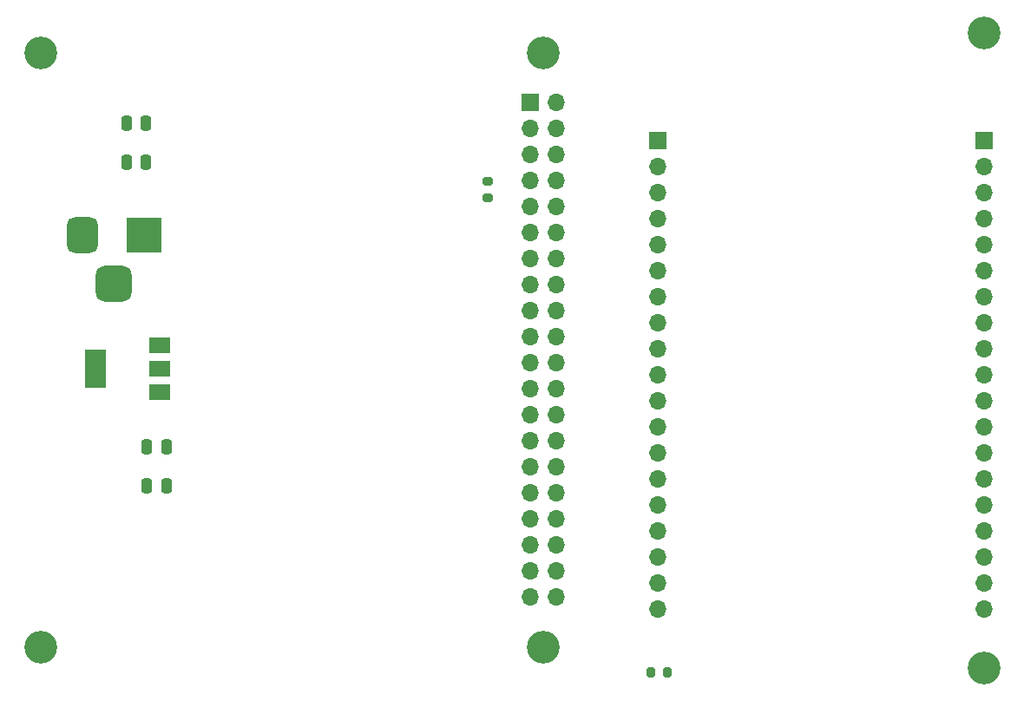
<source format=gbr>
G04 #@! TF.GenerationSoftware,KiCad,Pcbnew,7.0.8*
G04 #@! TF.CreationDate,2024-10-25T10:17:10+09:00*
G04 #@! TF.ProjectId,Juice connector board,4a756963-6520-4636-9f6e-6e6563746f72,rev?*
G04 #@! TF.SameCoordinates,Original*
G04 #@! TF.FileFunction,Soldermask,Top*
G04 #@! TF.FilePolarity,Negative*
%FSLAX46Y46*%
G04 Gerber Fmt 4.6, Leading zero omitted, Abs format (unit mm)*
G04 Created by KiCad (PCBNEW 7.0.8) date 2024-10-25 10:17:10*
%MOMM*%
%LPD*%
G01*
G04 APERTURE LIST*
G04 Aperture macros list*
%AMRoundRect*
0 Rectangle with rounded corners*
0 $1 Rounding radius*
0 $2 $3 $4 $5 $6 $7 $8 $9 X,Y pos of 4 corners*
0 Add a 4 corners polygon primitive as box body*
4,1,4,$2,$3,$4,$5,$6,$7,$8,$9,$2,$3,0*
0 Add four circle primitives for the rounded corners*
1,1,$1+$1,$2,$3*
1,1,$1+$1,$4,$5*
1,1,$1+$1,$6,$7*
1,1,$1+$1,$8,$9*
0 Add four rect primitives between the rounded corners*
20,1,$1+$1,$2,$3,$4,$5,0*
20,1,$1+$1,$4,$5,$6,$7,0*
20,1,$1+$1,$6,$7,$8,$9,0*
20,1,$1+$1,$8,$9,$2,$3,0*%
G04 Aperture macros list end*
%ADD10RoundRect,0.250000X0.250000X0.475000X-0.250000X0.475000X-0.250000X-0.475000X0.250000X-0.475000X0*%
%ADD11RoundRect,0.200000X-0.275000X0.200000X-0.275000X-0.200000X0.275000X-0.200000X0.275000X0.200000X0*%
%ADD12R,1.700000X1.700000*%
%ADD13O,1.700000X1.700000*%
%ADD14C,3.200000*%
%ADD15RoundRect,0.200000X-0.200000X-0.275000X0.200000X-0.275000X0.200000X0.275000X-0.200000X0.275000X0*%
%ADD16R,2.000000X1.500000*%
%ADD17R,2.000000X3.800000*%
%ADD18R,3.500000X3.500000*%
%ADD19RoundRect,0.750000X-0.750000X-1.000000X0.750000X-1.000000X0.750000X1.000000X-0.750000X1.000000X0*%
%ADD20RoundRect,0.875000X-0.875000X-0.875000X0.875000X-0.875000X0.875000X0.875000X-0.875000X0.875000X0*%
G04 APERTURE END LIST*
D10*
X116256000Y-115743000D03*
X114356000Y-115743000D03*
D11*
X147600000Y-86000000D03*
X147600000Y-87650000D03*
D12*
X196000000Y-82000000D03*
D13*
X196000000Y-84540000D03*
X196000000Y-87080000D03*
X196000000Y-89620000D03*
X196000000Y-92160000D03*
X196000000Y-94700000D03*
X196000000Y-97240000D03*
X196000000Y-99780000D03*
X196000000Y-102320000D03*
X196000000Y-104860000D03*
X196000000Y-107400000D03*
X196000000Y-109940000D03*
X196000000Y-112480000D03*
X196000000Y-115020000D03*
X196000000Y-117560000D03*
X196000000Y-120100000D03*
X196000000Y-122640000D03*
X196000000Y-125180000D03*
X196000000Y-127720000D03*
D14*
X196000000Y-71500000D03*
D12*
X164200000Y-82000000D03*
D13*
X164200000Y-84540000D03*
X164200000Y-87080000D03*
X164200000Y-89620000D03*
X164200000Y-92160000D03*
X164200000Y-94700000D03*
X164200000Y-97240000D03*
X164200000Y-99780000D03*
X164200000Y-102320000D03*
X164200000Y-104860000D03*
X164200000Y-107400000D03*
X164200000Y-109940000D03*
X164200000Y-112480000D03*
X164200000Y-115020000D03*
X164200000Y-117560000D03*
X164200000Y-120100000D03*
X164200000Y-122640000D03*
X164200000Y-125180000D03*
X164200000Y-127720000D03*
D10*
X116261000Y-111933000D03*
X114361000Y-111933000D03*
D14*
X196000000Y-133500000D03*
D12*
X151710000Y-78300000D03*
D13*
X154250000Y-78300000D03*
X151710000Y-80840000D03*
X154250000Y-80840000D03*
X151710000Y-83380000D03*
X154250000Y-83380000D03*
X151710000Y-85920000D03*
X154250000Y-85920000D03*
X151710000Y-88460000D03*
X154250000Y-88460000D03*
X151710000Y-91000000D03*
X154250000Y-91000000D03*
X151710000Y-93540000D03*
X154250000Y-93540000D03*
X151710000Y-96080000D03*
X154250000Y-96080000D03*
X151710000Y-98620000D03*
X154250000Y-98620000D03*
X151710000Y-101160000D03*
X154250000Y-101160000D03*
X151710000Y-103700000D03*
X154250000Y-103700000D03*
X151710000Y-106240000D03*
X154250000Y-106240000D03*
X151710000Y-108780000D03*
X154250000Y-108780000D03*
X151710000Y-111320000D03*
X154250000Y-111320000D03*
X151710000Y-113860000D03*
X154250000Y-113860000D03*
X151710000Y-116400000D03*
X154250000Y-116400000D03*
X151710000Y-118940000D03*
X154250000Y-118940000D03*
X151710000Y-121480000D03*
X154250000Y-121480000D03*
X151710000Y-124020000D03*
X154250000Y-124020000D03*
X151710000Y-126560000D03*
X154250000Y-126560000D03*
D10*
X114285000Y-80310000D03*
X112385000Y-80310000D03*
D14*
X104000000Y-73500000D03*
D15*
X163500000Y-133904000D03*
X165150000Y-133904000D03*
D14*
X104000000Y-131500000D03*
X153000000Y-73500000D03*
D16*
X115621000Y-106627000D03*
X115621000Y-104327000D03*
D17*
X109321000Y-104327000D03*
D16*
X115621000Y-102027000D03*
D10*
X114285000Y-84120000D03*
X112385000Y-84120000D03*
D14*
X153000000Y-131500000D03*
D18*
X114100000Y-91300000D03*
D19*
X108100000Y-91300000D03*
D20*
X111100000Y-96000000D03*
M02*

</source>
